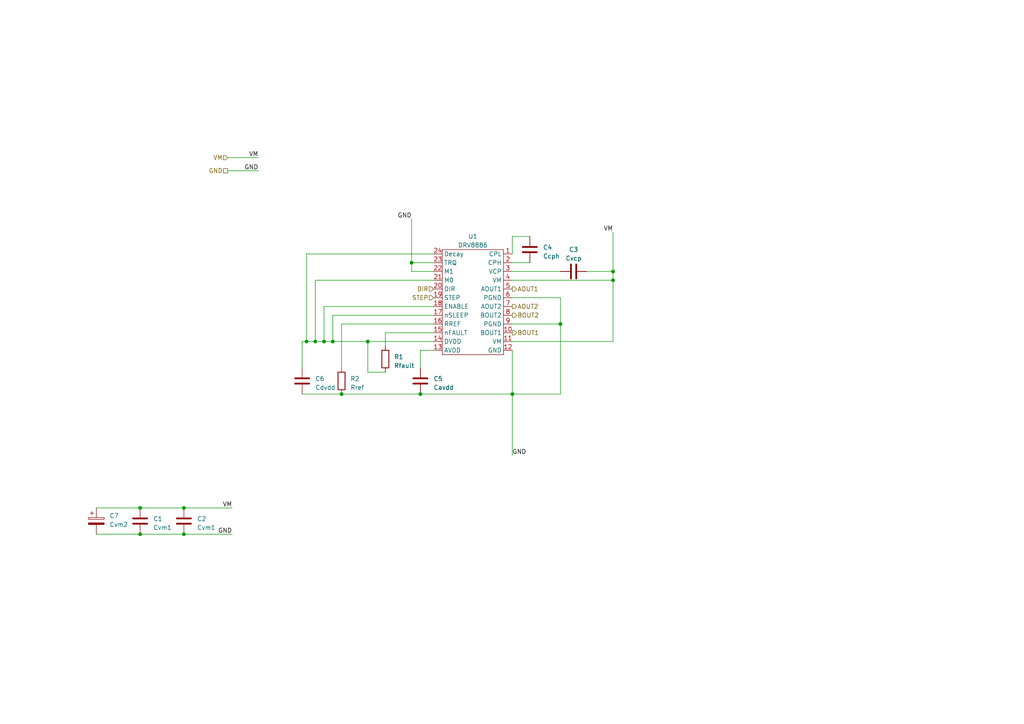
<source format=kicad_sch>
(kicad_sch (version 20230121) (generator eeschema)
  (paper "A4")
  (lib_symbols
    (symbol "DRVlib:DRV8886AT"
      (property "Reference" "U" (at 0 0 0))
      (property "Value" "DRV8886" (at 0 0 0))
      (symbol "DRV8886AT_0_1"
        (rectangle (start -8.89 -1.27) (end 8.89 -31.75))
      )
      (symbol "DRV8886AT_1_1"
        (pin passive line (at 11.43 -2.54 180) (length 2.54) (name "CPL") (number "1"))
        (pin output line (at 11.43 -25.4 180) (length 2.54) (name "BOUT1") (number "10"))
        (pin power_in line (at 11.43 -27.94 180) (length 2.54) (name "VM") (number "11"))
        (pin passive line (at 11.43 -30.48 180) (length 2.54) (name "GND") (number "12"))
        (pin output line (at -11.43 -30.48 0) (length 2.54) (name "AVDD") (number "13"))
        (pin output line (at -11.43 -27.94 0) (length 2.54) (name "DVDD") (number "14"))
        (pin output line (at -11.43 -25.4 0) (length 2.54) (name "nFAULT") (number "15"))
        (pin output line (at -11.43 -22.86 0) (length 2.54) (name "RREF") (number "16"))
        (pin input line (at -11.43 -20.32 0) (length 2.54) (name "nSLEEP") (number "17"))
        (pin input line (at -11.43 -17.78 0) (length 2.54) (name "ENABLE") (number "18"))
        (pin input line (at -11.43 -15.24 0) (length 2.54) (name "STEP") (number "19"))
        (pin passive line (at 11.43 -5.08 180) (length 2.54) (name "CPH") (number "2"))
        (pin input line (at -11.43 -12.7 0) (length 2.54) (name "DIR") (number "20"))
        (pin input line (at -11.43 -10.16 0) (length 2.54) (name "M0") (number "21"))
        (pin input line (at -11.43 -7.62 0) (length 2.54) (name "M1") (number "22"))
        (pin input line (at -11.43 -5.08 0) (length 2.54) (name "TRQ") (number "23"))
        (pin input line (at -11.43 -2.54 0) (length 2.54) (name "Decay") (number "24"))
        (pin passive line (at 11.43 -7.62 180) (length 2.54) (name "VCP") (number "3"))
        (pin power_in line (at 11.43 -10.16 180) (length 2.54) (name "VM") (number "4"))
        (pin output line (at 11.43 -12.7 180) (length 2.54) (name "AOUT1") (number "5"))
        (pin passive line (at 11.43 -15.24 180) (length 2.54) (name "PGND") (number "6"))
        (pin output line (at 11.43 -17.78 180) (length 2.54) (name "AOUT2") (number "7"))
        (pin output line (at 11.43 -20.32 180) (length 2.54) (name "BOUT2") (number "8"))
        (pin passive line (at 11.43 -22.86 180) (length 2.54) (name "PGND") (number "9"))
      )
    )
    (symbol "Device:C" (pin_numbers hide) (pin_names (offset 0.254))
      (property "Reference" "C" (at 0.635 2.54 0))
      (property "Value" "C" (at 0.635 -2.54 0))
      (symbol "C_0_1"
        (polyline (pts (xy -2.032 -0.762) (xy 2.032 -0.762)) (stroke (width 0.508)))
        (polyline (pts (xy -2.032 0.762) (xy 2.032 0.762)) (stroke (width 0.508)))
      )
      (symbol "C_1_1"
        (pin passive line (at 0 3.81 270) (length 2.794) (name "~") (number "1"))
        (pin passive line (at 0 -3.81 90) (length 2.794) (name "~") (number "2"))
      )
    )
    (symbol "Device:C_Polarized" (pin_numbers hide) (pin_names (offset 0.254))
      (property "Reference" "C" (at 0.635 2.54 0))
      (property "Value" "C_Polarized" (at 0.635 -2.54 0))
      (symbol "C_Polarized_0_1"
        (rectangle (start -2.286 0.508) (end 2.286 1.016))
        (polyline (pts (xy -1.778 2.286) (xy -0.762 2.286)))
        (polyline (pts (xy -1.27 2.794) (xy -1.27 1.778)))
        (rectangle (start 2.286 -0.508) (end -2.286 -1.016) (fill (type outline)))
      )
      (symbol "C_Polarized_1_1"
        (pin passive line (at 0 3.81 270) (length 2.794) (name "~") (number "1"))
        (pin passive line (at 0 -3.81 90) (length 2.794) (name "~") (number "2"))
      )
    )
    (symbol "Device:R" (pin_numbers hide) (pin_names (offset 0))
      (property "Reference" "R" (at 2.032 0 90))
      (property "Value" "R" (at 0 0 90))
      (symbol "R_0_1"
        (rectangle (start -1.016 -2.54) (end 1.016 2.54) (stroke (width 0.254)))
      )
      (symbol "R_1_1"
        (pin passive line (at 0 3.81 270) (length 1.27) (name "~") (number "1"))
        (pin passive line (at 0 -3.81 90) (length 1.27) (name "~") (number "2"))
      )
    )
  )
  (junction (at 40.64 147.32))
  (junction (at 99.06 114.3))
  (junction (at 40.64 154.94))
  (junction (at 91.44 99.06))
  (junction (at 93.98 99.06))
  (junction (at 53.34 154.94))
  (junction (at 162.56 93.98))
  (junction (at 106.68 99.06))
  (junction (at 121.92 114.3))
  (junction (at 148.59 114.3))
  (junction (at 177.8 78.74))
  (junction (at 96.52 99.06))
  (junction (at 88.9 99.06))
  (junction (at 53.34 147.32))
  (junction (at 119.38 76.2))
  (junction (at 177.8 81.28))
  (wire (pts (xy 125.73 78.74) (xy 119.38 78.74)))
  (wire (pts (xy 87.63 114.3) (xy 99.06 114.3)))
  (wire (pts (xy 119.38 76.2) (xy 119.38 78.74)))
  (wire (pts (xy 148.59 76.2) (xy 153.67 76.2)))
  (wire (pts (xy 125.73 101.6) (xy 121.92 101.6)))
  (wire (pts (xy 53.34 147.32) (xy 67.31 147.32)))
  (wire (pts (xy 87.63 99.06) (xy 88.9 99.06)))
  (wire (pts (xy 125.73 91.44) (xy 96.52 91.44)))
  (wire (pts (xy 177.8 67.31) (xy 177.8 78.74)))
  (wire (pts (xy 111.76 107.95) (xy 106.68 107.95)))
  (wire (pts (xy 87.63 99.06) (xy 87.63 106.68)))
  (wire (pts (xy 99.06 114.3) (xy 121.92 114.3)))
  (wire (pts (xy 119.38 63.5) (xy 119.38 76.2)))
  (wire (pts (xy 148.59 81.28) (xy 177.8 81.28)))
  (wire (pts (xy 66.04 45.72) (xy 74.93 45.72)))
  (wire (pts (xy 88.9 99.06) (xy 91.44 99.06)))
  (wire (pts (xy 177.8 78.74) (xy 177.8 81.28)))
  (wire (pts (xy 121.92 101.6) (xy 121.92 106.68)))
  (wire (pts (xy 162.56 114.3) (xy 148.59 114.3)))
  (wire (pts (xy 125.73 93.98) (xy 99.06 93.98)))
  (wire (pts (xy 162.56 93.98) (xy 162.56 114.3)))
  (wire (pts (xy 153.67 68.58) (xy 148.59 68.58)))
  (wire (pts (xy 162.56 86.36) (xy 162.56 93.98)))
  (wire (pts (xy 40.64 154.94) (xy 53.34 154.94)))
  (wire (pts (xy 27.94 147.32) (xy 40.64 147.32)))
  (wire (pts (xy 96.52 99.06) (xy 106.68 99.06)))
  (wire (pts (xy 125.73 81.28) (xy 91.44 81.28)))
  (wire (pts (xy 148.59 78.74) (xy 162.56 78.74)))
  (wire (pts (xy 148.59 68.58) (xy 148.59 73.66)))
  (wire (pts (xy 177.8 81.28) (xy 177.8 99.06)))
  (wire (pts (xy 91.44 99.06) (xy 93.98 99.06)))
  (wire (pts (xy 88.9 73.66) (xy 88.9 99.06)))
  (wire (pts (xy 27.94 154.94) (xy 40.64 154.94)))
  (wire (pts (xy 125.73 73.66) (xy 88.9 73.66)))
  (wire (pts (xy 125.73 96.52) (xy 111.76 96.52)))
  (wire (pts (xy 148.59 99.06) (xy 177.8 99.06)))
  (wire (pts (xy 170.18 78.74) (xy 177.8 78.74)))
  (wire (pts (xy 106.68 107.95) (xy 106.68 99.06)))
  (wire (pts (xy 66.04 49.53) (xy 74.93 49.53)))
  (wire (pts (xy 119.38 76.2) (xy 125.73 76.2)))
  (wire (pts (xy 148.59 114.3) (xy 148.59 132.08)))
  (wire (pts (xy 40.64 147.32) (xy 53.34 147.32)))
  (wire (pts (xy 125.73 88.9) (xy 93.98 88.9)))
  (wire (pts (xy 148.59 86.36) (xy 162.56 86.36)))
  (wire (pts (xy 93.98 88.9) (xy 93.98 99.06)))
  (wire (pts (xy 111.76 96.52) (xy 111.76 100.33)))
  (wire (pts (xy 93.98 99.06) (xy 96.52 99.06)))
  (wire (pts (xy 148.59 93.98) (xy 162.56 93.98)))
  (wire (pts (xy 148.59 101.6) (xy 148.59 114.3)))
  (wire (pts (xy 121.92 114.3) (xy 148.59 114.3)))
  (wire (pts (xy 106.68 99.06) (xy 125.73 99.06)))
  (wire (pts (xy 91.44 81.28) (xy 91.44 99.06)))
  (wire (pts (xy 96.52 91.44) (xy 96.52 99.06)))
  (wire (pts (xy 99.06 93.98) (xy 99.06 106.68)))
  (wire (pts (xy 53.34 154.94) (xy 67.31 154.94)))
  (label "GND" (at 148.59 132.08 0))
  (label "VM" (at 177.8 67.31 180))
  (label "GND" (at 67.31 154.94 180))
  (label "VM" (at 67.31 147.32 180))
  (label "VM" (at 74.93 45.72 180))
  (label "GND" (at 74.93 49.53 180))
  (label "GND" (at 119.38 63.5 180))
  (hierarchical_label "BOUT2" (shape output) (at 148.59 91.44 0))
  (hierarchical_label "BOUT1" (shape output) (at 148.59 96.52 0))
  (hierarchical_label "AOUT2" (shape output) (at 148.59 88.9 0))
  (hierarchical_label "AOUT1" (shape output) (at 148.59 83.82 0))
  (hierarchical_label "GND" (shape passive) (at 66.04 49.53 180))
  (hierarchical_label "STEP" (shape input) (at 125.73 86.36 180))
  (hierarchical_label "DIR" (shape input) (at 125.73 83.82 180))
  (hierarchical_label "VM" (shape input) (at 66.04 45.72 180))
  (symbol (lib_id "Device:R") (at 111.76 104.14 0) (unit 1)
    (property "Reference" "R1" (at 114.3 103.505 0) (effects (justify left)))
    (property "Value" "Rfault" (at 114.3 106.045 0) (effects (justify left)))
    (property "Footprint" "Resistor_THT:R_Axial_DIN0204_L3.6mm_D1.6mm_P5.08mm_Horizontal" (effects hide))
    (instances (project "TurretCtl" (path "" (reference "R1") (unit 1)) (path "" (reference "R4") (unit 1))))
  )
  (symbol (lib_id "Device:R") (at 99.06 110.49 0) (unit 1)
    (property "Reference" "R2" (at 101.6 109.855 0) (effects (justify left)))
    (property "Value" "Rref" (at 101.6 112.395 0) (effects (justify left)))
    (property "Footprint" "Resistor_THT:R_Axial_DIN0204_L3.6mm_D1.6mm_P5.08mm_Horizontal" (effects hide))
    (instances (project "TurretCtl" (path "" (reference "R2") (unit 1)) (path "" (reference "R3") (unit 1))))
  )
  (symbol (lib_id "Device:C") (at 153.67 72.39 0) (unit 1)
    (property "Reference" "C4" (at 157.48 71.755 0) (effects (justify left)))
    (property "Value" "Ccph" (at 157.48 74.295 0) (effects (justify left)))
    (property "Footprint" "Capacitor_SMD:C_1206_3216Metric_Pad1.33x1.80mm_HandSolder" (effects hide))
    (instances (project "TurretCtl" (path "" (reference "C4") (unit 1)) (path "" (reference "C13") (unit 1))))
  )
  (symbol (lib_id "Device:C") (at 166.37 78.74 270) (unit 1)
    (property "Reference" "C3" (at 166.37 72.39 90))
    (property "Value" "Cvcp" (at 166.37 74.93 90))
    (property "Footprint" "Capacitor_SMD:C_1206_3216Metric_Pad1.33x1.80mm_HandSolder" (effects hide))
    (instances (project "TurretCtl" (path "" (reference "C3") (unit 1)) (path "" (reference "C14") (unit 1))))
  )
  (symbol (lib_id "Device:C") (at 40.64 151.13 0) (unit 1)
    (property "Reference" "C1" (at 44.45 150.495 0) (effects (justify left)))
    (property "Value" "Cvm1" (at 44.45 153.035 0) (effects (justify left)))
    (property "Footprint" "Capacitor_SMD:C_1206_3216Metric_Pad1.33x1.80mm_HandSolder" (effects hide))
    (instances (project "TurretCtl" (path "" (reference "C1") (unit 1)) (path "" (reference "C9") (unit 1))))
  )
  (symbol (lib_id "DRVlib:DRV8886AT") (at 137.16 71.12 0) (unit 1)
    (property "Reference" "U1" (at 137.16 68.58 0))
    (property "Value" "DRV8886" (at 137.16 71.12 0))
    (property "Footprint" "Package_SO:HTSSOP-24-1EP_4.4x7.8mm_P0.65mm_EP3.4x7.8mm_Mask2.4x4.68mm_ThermalVias" (effects hide))
    (property "Datasheet" "https://www.ti.com/lit/ds/symlink/drv8886at.pdf?ts=1677432722611" (effects hide))
    (instances (project "TurretCtl" (path "" (reference "U1") (unit 1)) (path "" (reference "U2") (unit 1))))
  )
  (symbol (lib_id "Device:C_Polarized") (at 27.94 151.13 0) (unit 1)
    (property "Reference" "C7" (at 31.75 149.606 0) (effects (justify left)))
    (property "Value" "Cvm2" (at 31.75 152.146 0) (effects (justify left)))
    (property "Footprint" "Capacitor_THT:CP_Radial_D6.3mm_P2.50mm" (effects hide))
    (instances (project "TurretCtl" (path "" (reference "C7") (unit 1)) (path "" (reference "C8") (unit 1))))
  )
  (symbol (lib_id "Device:C") (at 121.92 110.49 0) (unit 1)
    (property "Reference" "C5" (at 125.73 109.855 0) (effects (justify left)))
    (property "Value" "Cavdd" (at 125.73 112.395 0) (effects (justify left)))
    (property "Footprint" "Capacitor_SMD:C_1206_3216Metric_Pad1.33x1.80mm_HandSolder" (effects hide))
    (instances (project "TurretCtl" (path "" (reference "C5") (unit 1)) (path "" (reference "C12") (unit 1))))
  )
  (symbol (lib_id "Device:C") (at 53.34 151.13 0) (unit 1)
    (property "Reference" "C2" (at 57.15 150.495 0) (effects (justify left)))
    (property "Value" "Cvm1" (at 57.15 153.035 0) (effects (justify left)))
    (property "Footprint" "Capacitor_SMD:C_1206_3216Metric_Pad1.33x1.80mm_HandSolder" (effects hide))
    (instances (project "TurretCtl" (path "" (reference "C2") (unit 1)) (path "" (reference "C10") (unit 1))))
  )
  (symbol (lib_id "Device:C") (at 87.63 110.49 0) (unit 1)
    (property "Reference" "C6" (at 91.44 109.855 0) (effects (justify left)))
    (property "Value" "Cdvdd" (at 91.44 112.395 0) (effects (justify left)))
    (property "Footprint" "Capacitor_SMD:C_1206_3216Metric_Pad1.33x1.80mm_HandSolder" (effects hide))
    (instances (project "TurretCtl" (path "" (reference "C6") (unit 1)) (path "" (reference "C11") (unit 1))))
  )
)
</source>
